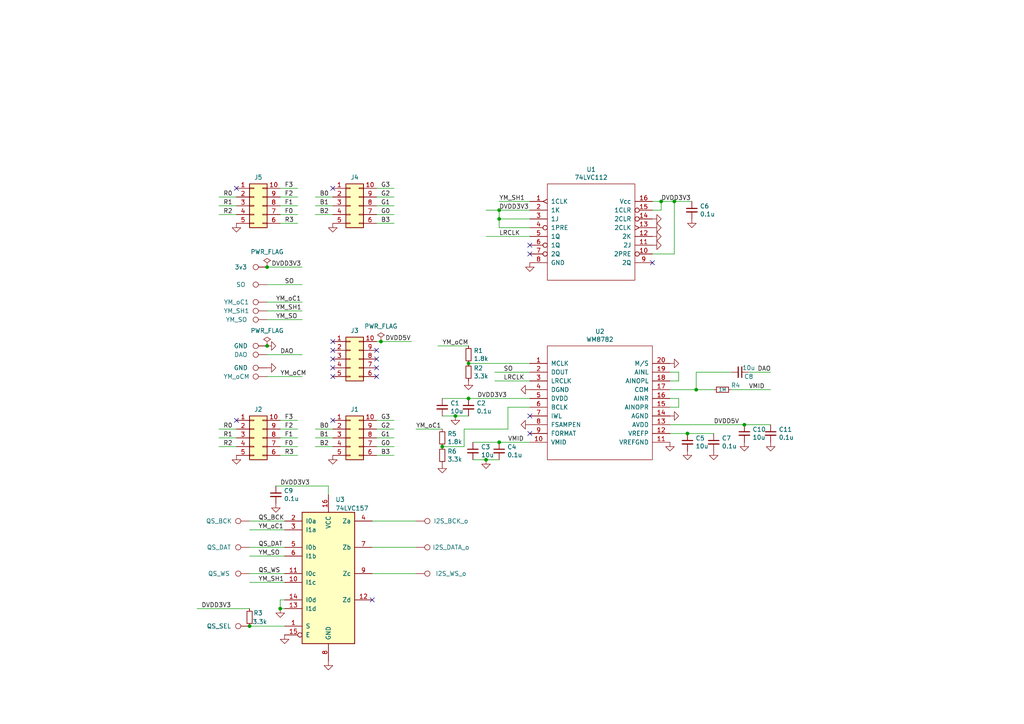
<source format=kicad_sch>
(kicad_sch (version 20211123) (generator eeschema)
  (paper "A4")
  (title_block (title "cps2_digiav CPS1 adapter") (date "2022-05-29") (rev "1.3"))
  (lib_symbols
    (symbol "74xx:74LS157" (pin_names (offset 1.016))
      (property "Reference" "U" (at -7.62 19.05 0))
      (property "Value" "74LS157" (at -7.62 -21.59 0))
      (symbol "74LS157_1_0"
        (pin input line (at -12.7 -15.24 0) (length 5.08) (name "S") (number "1"))
        (pin input line (at -12.7 -2.54 0) (length 5.08) (name "I1c") (number "10"))
        (pin input line (at -12.7 0 0) (length 5.08) (name "I0c") (number "11"))
        (pin output line (at 12.7 -7.62 180) (length 5.08) (name "Zd") (number "12"))
        (pin input line (at -12.7 -10.16 0) (length 5.08) (name "I1d") (number "13"))
        (pin input line (at -12.7 -7.62 0) (length 5.08) (name "I0d") (number "14"))
        (pin input inverted (at -12.7 -17.78 0) (length 5.08) (name "E") (number "15"))
        (pin power_in line (at 0 22.86 270) (length 5.08) (name "VCC") (number "16"))
        (pin input line (at -12.7 15.24 0) (length 5.08) (name "I0a") (number "2"))
        (pin input line (at -12.7 12.7 0) (length 5.08) (name "I1a") (number "3"))
        (pin output line (at 12.7 15.24 180) (length 5.08) (name "Za") (number "4"))
        (pin input line (at -12.7 7.62 0) (length 5.08) (name "I0b") (number "5"))
        (pin input line (at -12.7 5.08 0) (length 5.08) (name "I1b") (number "6"))
        (pin output line (at 12.7 7.62 180) (length 5.08) (name "Zb") (number "7"))
        (pin power_in line (at 0 -25.4 90) (length 5.08) (name "GND") (number "8"))
        (pin output line (at 12.7 0 180) (length 5.08) (name "Zc") (number "9"))
      )
      (symbol "74LS157_1_1"
        (rectangle (start -7.62 17.78) (end 7.62 -20.32) (stroke (width 0.254)) (fill (type background)))
      )
    )
    (symbol "Connector:TestPoint" (pin_numbers hide) (pin_names (offset 0.762) hide)
      (property "Reference" "TP" (at 0 6.858 0))
      (property "Value" "TestPoint" (at 0 5.08 0))
      (symbol "TestPoint_0_1"
        (circle (center 0 3.302) (radius 0.762))
      )
      (symbol "TestPoint_1_1"
        (pin passive line (at 0 0 90) (length 2.54) (name "1") (number "1"))
      )
    )
    (symbol "Connector_Generic:Conn_02x05_Counter_Clockwise" (pin_names (offset 1.016) hide)
      (property "Reference" "J" (at 1.27 7.62 0))
      (property "Value" "Conn_02x05_Counter_Clockwise" (at 1.27 -7.62 0))
      (symbol "Conn_02x05_Counter_Clockwise_1_1"
        (rectangle (start -1.27 -4.953) (end 0 -5.207) (stroke (width 0.1524)))
        (rectangle (start -1.27 -2.413) (end 0 -2.667) (stroke (width 0.1524)))
        (rectangle (start -1.27 0.127) (end 0 -0.127) (stroke (width 0.1524)))
        (rectangle (start -1.27 2.667) (end 0 2.413) (stroke (width 0.1524)))
        (rectangle (start -1.27 5.207) (end 0 4.953) (stroke (width 0.1524)))
        (rectangle (start -1.27 6.35) (end 3.81 -6.35) (stroke (width 0.254)) (fill (type background)))
        (rectangle (start 3.81 -4.953) (end 2.54 -5.207) (stroke (width 0.1524)))
        (rectangle (start 3.81 -2.413) (end 2.54 -2.667) (stroke (width 0.1524)))
        (rectangle (start 3.81 0.127) (end 2.54 -0.127) (stroke (width 0.1524)))
        (rectangle (start 3.81 2.667) (end 2.54 2.413) (stroke (width 0.1524)))
        (rectangle (start 3.81 5.207) (end 2.54 4.953) (stroke (width 0.1524)))
        (pin passive line (at -5.08 5.08 0) (length 3.81) (name "Pin_1") (number "1"))
        (pin passive line (at 7.62 5.08 180) (length 3.81) (name "Pin_10") (number "10"))
        (pin passive line (at -5.08 2.54 0) (length 3.81) (name "Pin_2") (number "2"))
        (pin passive line (at -5.08 0 0) (length 3.81) (name "Pin_3") (number "3"))
        (pin passive line (at -5.08 -2.54 0) (length 3.81) (name "Pin_4") (number "4"))
        (pin passive line (at -5.08 -5.08 0) (length 3.81) (name "Pin_5") (number "5"))
        (pin passive line (at 7.62 -5.08 180) (length 3.81) (name "Pin_6") (number "6"))
        (pin passive line (at 7.62 -2.54 180) (length 3.81) (name "Pin_7") (number "7"))
        (pin passive line (at 7.62 0 180) (length 3.81) (name "Pin_8") (number "8"))
        (pin passive line (at 7.62 2.54 180) (length 3.81) (name "Pin_9") (number "9"))
      )
    )
    (symbol "Device:C_Small" (pin_numbers hide) (pin_names (offset 0.254) hide)
      (property "Reference" "C" (at 0.254 1.778 0))
      (property "Value" "C_Small" (at 0.254 -2.032 0))
      (symbol "C_Small_0_1"
        (polyline (pts (xy -1.524 -0.508) (xy 1.524 -0.508)) (stroke (width 0.3302)))
        (polyline (pts (xy -1.524 0.508) (xy 1.524 0.508)) (stroke (width 0.3048)))
      )
      (symbol "C_Small_1_1"
        (pin passive line (at 0 2.54 270) (length 2.032) (name "~") (number "1"))
        (pin passive line (at 0 -2.54 90) (length 2.032) (name "~") (number "2"))
      )
    )
    (symbol "Device:R_Small" (pin_numbers hide) (pin_names (offset 0.254) hide)
      (property "Reference" "R" (at 0.762 0.508 0))
      (property "Value" "R_Small" (at 0.762 -1.016 0))
      (symbol "R_Small_0_1"
        (rectangle (start -0.762 1.778) (end 0.762 -1.778) (stroke (width 0.2032)))
      )
      (symbol "R_Small_1_1"
        (pin passive line (at 0 2.54 270) (length 0.762) (name "~") (number "1"))
        (pin passive line (at 0 -2.54 90) (length 0.762) (name "~") (number "2"))
      )
    )
    (symbol "custom_components:74LVC112" (pin_names (offset 1.016))
      (property "Reference" "U" (at 0 2.54 0))
      (property "Value" "74LVC112" (at 0 0 0))
      (symbol "74LVC112_0_1"
        (rectangle (start -12.7 13.97) (end 12.7 -13.97))
      )
      (symbol "74LVC112_1_1"
        (pin input edge_clock_high (at -17.78 8.89 0) (length 5.08) (name "1CLK") (number "1"))
        (pin input inverted (at 17.78 -6.35 180) (length 5.08) (name "2PRE") (number "10"))
        (pin input line (at 17.78 -3.81 180) (length 5.08) (name "2J") (number "11"))
        (pin input line (at 17.78 -1.27 180) (length 5.08) (name "2K") (number "12"))
        (pin input edge_clock_high (at 17.78 1.27 180) (length 5.08) (name "2CLK") (number "13"))
        (pin input inverted (at 17.78 3.81 180) (length 5.08) (name "2CLR") (number "14"))
        (pin input inverted (at 17.78 6.35 180) (length 5.08) (name "1CLR") (number "15"))
        (pin power_in line (at 17.78 8.89 180) (length 5.08) (name "Vcc") (number "16"))
        (pin input line (at -17.78 6.35 0) (length 5.08) (name "1K") (number "2"))
        (pin input line (at -17.78 3.81 0) (length 5.08) (name "1J") (number "3"))
        (pin input inverted (at -17.78 1.27 0) (length 5.08) (name "1PRE") (number "4"))
        (pin output line (at -17.78 -1.27 0) (length 5.08) (name "1Q") (number "5"))
        (pin output inverted (at -17.78 -3.81 0) (length 5.08) (name "1Q") (number "6"))
        (pin output inverted (at -17.78 -6.35 0) (length 5.08) (name "2Q") (number "7"))
        (pin power_in line (at -17.78 -8.89 0) (length 5.08) (name "GND") (number "8"))
        (pin output line (at 17.78 -8.89 180) (length 5.08) (name "2Q") (number "9"))
      )
    )
    (symbol "custom_components:WM8782" (pin_names (offset 1.016))
      (property "Reference" "U" (at 0 -1.27 0))
      (property "Value" "WM8782" (at 0 1.27 0))
      (symbol "WM8782_0_1"
        (rectangle (start -15.24 16.51) (end 15.24 -16.51))
      )
      (symbol "WM8782_1_1"
        (pin input line (at -20.32 11.43 0) (length 5.08) (name "MCLK") (number "1"))
        (pin power_out line (at -20.32 -11.43 0) (length 5.08) (name "VMID") (number "10"))
        (pin power_in line (at 20.32 -11.43 180) (length 5.08) (name "VREFGND") (number "11"))
        (pin power_out line (at 20.32 -8.89 180) (length 5.08) (name "VREFP") (number "12"))
        (pin power_in line (at 20.32 -6.35 180) (length 5.08) (name "AVDD") (number "13"))
        (pin power_in line (at 20.32 -3.81 180) (length 5.08) (name "AGND") (number "14"))
        (pin output line (at 20.32 -1.27 180) (length 5.08) (name "AINOPR") (number "15"))
        (pin input line (at 20.32 1.27 180) (length 5.08) (name "AINR") (number "16"))
        (pin input line (at 20.32 3.81 180) (length 5.08) (name "COM") (number "17"))
        (pin output line (at 20.32 6.35 180) (length 5.08) (name "AINOPL") (number "18"))
        (pin input line (at 20.32 8.89 180) (length 5.08) (name "AINL") (number "19"))
        (pin output line (at -20.32 8.89 0) (length 5.08) (name "DOUT") (number "2"))
        (pin input line (at 20.32 11.43 180) (length 5.08) (name "M/S") (number "20"))
        (pin bidirectional line (at -20.32 6.35 0) (length 5.08) (name "LRCLK") (number "3"))
        (pin power_in line (at -20.32 3.81 0) (length 5.08) (name "DGND") (number "4"))
        (pin power_in line (at -20.32 1.27 0) (length 5.08) (name "DVDD") (number "5"))
        (pin bidirectional line (at -20.32 -1.27 0) (length 5.08) (name "BCLK") (number "6"))
        (pin passive line (at -20.32 -3.81 0) (length 5.08) (name "IWL") (number "7"))
        (pin passive line (at -20.32 -6.35 0) (length 5.08) (name "FSAMPEN") (number "8"))
        (pin passive line (at -20.32 -8.89 0) (length 5.08) (name "FORMAT") (number "9"))
      )
    )
    (symbol "power:GND" (power) (pin_names (offset 0))
      (property "Value" "GND" (at 0 -3.81 0))
      (symbol "GND_0_1"
        (polyline (pts (xy 0 0) (xy 0 -1.27) (xy 1.27 -1.27) (xy 0 -2.54) (xy -1.27 -1.27) (xy 0 -1.27)))
      )
      (symbol "GND_1_1"
        (pin power_in line (at 0 0 270) (length 0) hide (name "GND") (number "1"))
      )
    )
    (symbol "power:PWR_FLAG" (power) (pin_numbers hide) (pin_names (offset 0) hide)
      (property "Value" "PWR_FLAG" (at 0 3.81 0))
      (symbol "PWR_FLAG_0_0"
        (pin power_out line (at 0 0 90) (length 0) (name "pwr") (number "1"))
      )
      (symbol "PWR_FLAG_0_1"
        (polyline (pts (xy 0 0) (xy 0 1.27) (xy -1.016 1.905) (xy 0 2.54) (xy 1.016 1.905) (xy 0 1.27)))
      )
    )
  )
  (junction (at 72.39 181.61))
  (junction (at 110.49 99.06))
  (junction (at 77.47 100.33))
  (junction (at 191.77 58.42))
  (junction (at 135.89 105.41))
  (junction (at 144.78 128.27))
  (junction (at 81.28 176.53))
  (junction (at 135.89 115.57))
  (junction (at 128.27 129.54))
  (junction (at 144.78 63.5))
  (junction (at 77.47 77.47))
  (junction (at 195.58 58.42))
  (junction (at 132.08 120.65))
  (junction (at 201.93 113.03))
  (junction (at 199.39 125.73))
  (junction (at 215.9 123.19))
  (junction (at 144.78 60.96))
  (junction (at 140.97 133.35))
  (no_connect (at 96.52 106.68))
  (no_connect (at 107.95 173.99))
  (no_connect (at 96.52 54.61))
  (no_connect (at 96.52 121.92))
  (no_connect (at 109.22 104.14))
  (no_connect (at 96.52 109.22))
  (no_connect (at 189.23 76.2))
  (no_connect (at 96.52 104.14))
  (no_connect (at 96.52 101.6))
  (no_connect (at 68.58 121.92))
  (no_connect (at 109.22 106.68))
  (no_connect (at 153.67 120.65))
  (no_connect (at 153.67 125.73))
  (no_connect (at 109.22 101.6))
  (no_connect (at 153.67 71.12))
  (no_connect (at 68.58 54.61))
  (no_connect (at 153.67 73.66))
  (no_connect (at 109.22 109.22))
  (no_connect (at 96.52 99.06))
  (wire (pts (xy 86.36 57.15) (xy 81.28 57.15)))
  (wire (pts (xy 201.93 113.03) (xy 207.01 113.03)))
  (wire (pts (xy 191.77 60.96) (xy 191.77 58.42)))
  (wire (pts (xy 95.25 140.97) (xy 95.25 143.51)))
  (wire (pts (xy 194.31 123.19) (xy 215.9 123.19)))
  (wire (pts (xy 91.44 129.54) (xy 96.52 129.54)))
  (wire (pts (xy 191.77 58.42) (xy 189.23 58.42)))
  (wire (pts (xy 199.39 125.73) (xy 207.01 125.73)))
  (wire (pts (xy 107.95 158.75) (xy 120.65 158.75)))
  (wire (pts (xy 114.3 121.92) (xy 109.22 121.92)))
  (wire (pts (xy 135.89 115.57) (xy 128.27 115.57)))
  (wire (pts (xy 195.58 58.42) (xy 191.77 58.42)))
  (wire (pts (xy 91.44 127) (xy 96.52 127)))
  (wire (pts (xy 114.3 59.69) (xy 109.22 59.69)))
  (wire (pts (xy 196.85 110.49) (xy 194.31 110.49)))
  (wire (pts (xy 87.63 87.63) (xy 77.47 87.63)))
  (wire (pts (xy 217.17 107.95) (xy 223.52 107.95)))
  (wire (pts (xy 223.52 123.19) (xy 215.9 123.19)))
  (wire (pts (xy 107.95 166.37) (xy 120.65 166.37)))
  (wire (pts (xy 86.36 62.23) (xy 81.28 62.23)))
  (wire (pts (xy 86.36 121.92) (xy 81.28 121.92)))
  (wire (pts (xy 63.5 127) (xy 68.58 127)))
  (wire (pts (xy 91.44 62.23) (xy 96.52 62.23)))
  (wire (pts (xy 80.01 140.97) (xy 95.25 140.97)))
  (wire (pts (xy 87.63 90.17) (xy 77.47 90.17)))
  (wire (pts (xy 114.3 62.23) (xy 109.22 62.23)))
  (wire (pts (xy 72.39 161.29) (xy 82.55 161.29)))
  (wire (pts (xy 200.66 58.42) (xy 195.58 58.42)))
  (wire (pts (xy 144.78 63.5) (xy 144.78 60.96)))
  (wire (pts (xy 114.3 54.61) (xy 109.22 54.61)))
  (wire (pts (xy 114.3 124.46) (xy 109.22 124.46)))
  (wire (pts (xy 194.31 107.95) (xy 196.85 107.95)))
  (wire (pts (xy 87.63 77.47) (xy 77.47 77.47)))
  (wire (pts (xy 81.28 176.53) (xy 82.55 176.53)))
  (wire (pts (xy 86.36 124.46) (xy 81.28 124.46)))
  (wire (pts (xy 86.36 129.54) (xy 81.28 129.54)))
  (wire (pts (xy 72.39 151.13) (xy 82.55 151.13)))
  (wire (pts (xy 140.97 133.35) (xy 137.16 133.35)))
  (wire (pts (xy 189.23 73.66) (xy 195.58 73.66)))
  (wire (pts (xy 135.89 120.65) (xy 132.08 120.65)))
  (wire (pts (xy 91.44 59.69) (xy 96.52 59.69)))
  (wire (pts (xy 63.5 59.69) (xy 68.58 59.69)))
  (wire (pts (xy 87.63 109.22) (xy 77.47 109.22)))
  (wire (pts (xy 63.5 57.15) (xy 68.58 57.15)))
  (wire (pts (xy 153.67 115.57) (xy 135.89 115.57)))
  (wire (pts (xy 194.31 115.57) (xy 196.85 115.57)))
  (wire (pts (xy 128.27 129.54) (xy 134.62 129.54)))
  (wire (pts (xy 144.78 133.35) (xy 140.97 133.35)))
  (wire (pts (xy 87.63 82.55) (xy 77.47 82.55)))
  (wire (pts (xy 134.62 124.46) (xy 147.32 124.46)))
  (wire (pts (xy 153.67 105.41) (xy 135.89 105.41)))
  (wire (pts (xy 196.85 118.11) (xy 194.31 118.11)))
  (wire (pts (xy 72.39 166.37) (xy 82.55 166.37)))
  (wire (pts (xy 144.78 58.42) (xy 153.67 58.42)))
  (wire (pts (xy 63.5 62.23) (xy 68.58 62.23)))
  (wire (pts (xy 194.31 125.73) (xy 199.39 125.73)))
  (wire (pts (xy 114.3 132.08) (xy 109.22 132.08)))
  (wire (pts (xy 153.67 128.27) (xy 144.78 128.27)))
  (wire (pts (xy 72.39 158.75) (xy 82.55 158.75)))
  (wire (pts (xy 107.95 151.13) (xy 120.65 151.13)))
  (wire (pts (xy 63.5 129.54) (xy 68.58 129.54)))
  (wire (pts (xy 143.51 110.49) (xy 153.67 110.49)))
  (wire (pts (xy 153.67 63.5) (xy 144.78 63.5)))
  (wire (pts (xy 189.23 60.96) (xy 191.77 60.96)))
  (wire (pts (xy 91.44 124.46) (xy 96.52 124.46)))
  (wire (pts (xy 86.36 64.77) (xy 81.28 64.77)))
  (wire (pts (xy 110.49 99.06) (xy 109.22 99.06)))
  (wire (pts (xy 82.55 153.67) (xy 72.39 153.67)))
  (wire (pts (xy 81.28 173.99) (xy 82.55 173.99)))
  (wire (pts (xy 134.62 129.54) (xy 134.62 124.46)))
  (wire (pts (xy 153.67 66.04) (xy 144.78 66.04)))
  (wire (pts (xy 86.36 59.69) (xy 81.28 59.69)))
  (wire (pts (xy 212.09 113.03) (xy 223.52 113.03)))
  (wire (pts (xy 86.36 132.08) (xy 81.28 132.08)))
  (wire (pts (xy 137.16 128.27) (xy 144.78 128.27)))
  (wire (pts (xy 153.67 107.95) (xy 143.51 107.95)))
  (wire (pts (xy 86.36 127) (xy 81.28 127)))
  (wire (pts (xy 196.85 115.57) (xy 196.85 118.11)))
  (wire (pts (xy 201.93 107.95) (xy 212.09 107.95)))
  (wire (pts (xy 153.67 68.58) (xy 140.97 68.58)))
  (wire (pts (xy 114.3 64.77) (xy 109.22 64.77)))
  (wire (pts (xy 91.44 57.15) (xy 96.52 57.15)))
  (wire (pts (xy 114.3 57.15) (xy 109.22 57.15)))
  (wire (pts (xy 120.65 124.46) (xy 128.27 124.46)))
  (wire (pts (xy 72.39 181.61) (xy 82.55 181.61)))
  (wire (pts (xy 195.58 73.66) (xy 195.58 58.42)))
  (wire (pts (xy 201.93 107.95) (xy 201.93 113.03)))
  (wire (pts (xy 127 100.33) (xy 135.89 100.33)))
  (wire (pts (xy 140.97 60.96) (xy 144.78 60.96)))
  (wire (pts (xy 132.08 120.65) (xy 128.27 120.65)))
  (wire (pts (xy 147.32 124.46) (xy 147.32 118.11)))
  (wire (pts (xy 144.78 66.04) (xy 144.78 63.5)))
  (wire (pts (xy 153.67 60.96) (xy 144.78 60.96)))
  (wire (pts (xy 86.36 54.61) (xy 81.28 54.61)))
  (wire (pts (xy 63.5 124.46) (xy 68.58 124.46)))
  (wire (pts (xy 77.47 92.71) (xy 87.63 92.71)))
  (wire (pts (xy 57.15 176.53) (xy 72.39 176.53)))
  (wire (pts (xy 196.85 107.95) (xy 196.85 110.49)))
  (wire (pts (xy 81.28 176.53) (xy 81.28 173.99)))
  (wire (pts (xy 147.32 118.11) (xy 153.67 118.11)))
  (wire (pts (xy 72.39 168.91) (xy 82.55 168.91)))
  (wire (pts (xy 119.38 99.06) (xy 110.49 99.06)))
  (wire (pts (xy 87.63 102.87) (xy 77.47 102.87)))
  (wire (pts (xy 114.3 127) (xy 109.22 127)))
  (wire (pts (xy 201.93 113.03) (xy 194.31 113.03)))
  (wire (pts (xy 114.3 129.54) (xy 109.22 129.54)))
  (label "DAO" (at 219.71 107.95 0))
  (label "B1" (at 92.71 127 0))
  (label "G0" (at 110.49 129.54 0))
  (label "G1" (at 110.49 59.69 0))
  (label "YM_SH1" (at 144.78 58.42 0))
  (label "SO" (at 146.05 107.95 0))
  (label "G1" (at 110.49 127 0))
  (label "R2" (at 64.77 62.23 0))
  (label "YM_oCM" (at 81.28 109.22 0))
  (label "DVDD3V3" (at 191.77 58.42 0))
  (label "YM_SH1" (at 74.93 168.91 0))
  (label "F2" (at 82.55 57.15 0))
  (label "B2" (at 92.71 129.54 0))
  (label "YM_oC1" (at 80.01 87.63 0))
  (label "R3" (at 82.55 64.77 0))
  (label "R3" (at 82.55 132.08 0))
  (label "B2" (at 92.71 62.23 0))
  (label "F1" (at 82.55 127 0))
  (label "F0" (at 82.55 129.54 0))
  (label "VMID" (at 147.32 128.27 0))
  (label "B3" (at 110.49 132.08 0))
  (label "F3" (at 82.55 121.92 0))
  (label "LRCLK" (at 146.05 110.49 0))
  (label "YM_SH1" (at 80.01 90.17 0))
  (label "R1" (at 64.77 59.69 0))
  (label "DAO" (at 81.28 102.87 0))
  (label "G2" (at 110.49 57.15 0))
  (label "B1" (at 92.71 59.69 0))
  (label "DVDD3V3" (at 78.74 77.47 0))
  (label "QS_DAT" (at 74.9416 158.75 0))
  (label "R0" (at 64.77 57.15 0))
  (label "G0" (at 110.49 62.23 0))
  (label "B3" (at 110.49 64.77 0))
  (label "YM_SO" (at 74.93 161.29 0))
  (label "DVDD5V" (at 111.76 99.06 0))
  (label "F1" (at 82.55 59.69 0))
  (label "YM_oCM" (at 128.27 100.33 0))
  (label "LRCLK" (at 144.78 68.58 0))
  (label "R0" (at 64.77 124.46 0))
  (label "F0" (at 82.55 62.23 0))
  (label "DVDD3V3" (at 58.42 176.53 0))
  (label "YM_oC1" (at 74.93 153.67 0))
  (label "F2" (at 82.55 124.46 0))
  (label "DVDD3V3" (at 138.43 115.57 0))
  (label "B0" (at 92.71 57.15 0))
  (label "SO" (at 82.55 82.55 0))
  (label "R1" (at 64.77 127 0))
  (label "DVDD3V3" (at 144.78 60.96 0))
  (label "G3" (at 110.49 121.92 0))
  (label "YM_SO" (at 80.01 92.71 0))
  (label "G2" (at 110.49 124.46 0))
  (label "DVDD5V" (at 207.01 123.19 0))
  (label "G3" (at 110.49 54.61 0))
  (label "DVDD3V3" (at 81.28 140.97 0))
  (label "VMID" (at 217.17 113.03 0))
  (label "YM_oC1" (at 120.65 124.46 0))
  (label "F3" (at 82.55 54.61 0))
  (label "R2" (at 64.77 129.54 0))
  (label "QS_BCK" (at 74.93 151.13 0))
  (label "B0" (at 92.71 124.46 0))
  (label "QS_WS" (at 74.93 166.37 0))
  (symbol (lib_id "custom_components:WM8782") (at 173.99 116.84 0) (unit 1)
    (property "Reference" "U2" (at 173.99 96.139 0))
    (property "Value" "WM8782" (at 173.99 98.4504 0))
    (property "Footprint" "Package_SO:SSOP-20_5.3x7.2mm_P0.65mm" (effects hide))
  )
  (symbol (lib_id "Connector_Generic:Conn_02x05_Counter_Clockwise") (at 101.6 127 0) (unit 1)
    (property "Reference" "J1" (at 102.87 118.745 0))
    (property "Value" "Conn_02x05_Counter_Clockwise" (effects hide))
    (property "Footprint" "custom_components:HLE-105-02-G-DV-PE" (effects hide))
  )
  (symbol (lib_id "Connector_Generic:Conn_02x05_Counter_Clockwise") (at 101.6 104.14 0) (unit 1)
    (property "Reference" "J3" (at 102.87 95.885 0))
    (property "Value" "Conn_02x05_Counter_Clockwise" (effects hide))
    (property "Footprint" "custom_components:HLE-105-02-G-DV-PE" (effects hide))
  )
  (symbol (lib_id "Connector_Generic:Conn_02x05_Counter_Clockwise") (at 73.66 127 0) (unit 1)
    (property "Reference" "J2" (at 74.93 118.745 0))
    (property "Value" "Conn_02x05_Counter_Clockwise" (effects hide))
    (property "Footprint" "custom_components:HLE-105-02-G-DV-PE" (effects hide))
  )
  (symbol (lib_id "Connector_Generic:Conn_02x05_Counter_Clockwise") (at 73.66 59.69 0) (unit 1)
    (property "Reference" "J5" (at 74.93 51.435 0))
    (property "Value" "Conn_02x05_Counter_Clockwise" (effects hide))
    (property "Footprint" "custom_components:HLE-105-02-G-DV-PE" (effects hide))
  )
  (symbol (lib_id "Connector_Generic:Conn_02x05_Counter_Clockwise") (at 101.6 59.69 0) (unit 1)
    (property "Reference" "J4" (at 102.87 51.435 0))
    (property "Value" "Conn_02x05_Counter_Clockwise" (effects hide))
    (property "Footprint" "custom_components:HLE-105-02-G-DV-PE" (effects hide))
  )
  (symbol (lib_id "custom_components:74LVC112") (at 171.45 67.31 0) (unit 1)
    (property "Reference" "U1" (at 171.45 49.149 0))
    (property "Value" "74LVC112" (at 171.45 51.4604 0))
    (property "Footprint" "Package_SO:TSSOP-16_4.4x5mm_P0.65mm" (effects hide))
  )
  (symbol (lib_id "power:GND") (at 68.58 132.08 0) (unit 1)
    (property "Reference" "#PWR0101" (effects hide))
    (property "Value" "GND" (effects hide))
  )
  (symbol (lib_id "power:GND") (at 96.52 132.08 0) (unit 1)
    (property "Reference" "#PWR0102" (effects hide))
    (property "Value" "GND" (effects hide))
  )
  (symbol (lib_id "power:GND") (at 68.58 64.77 0) (unit 1)
    (property "Reference" "#PWR0103" (effects hide))
    (property "Value" "GND" (effects hide))
  )
  (symbol (lib_id "power:GND") (at 96.52 64.77 0) (unit 1)
    (property "Reference" "#PWR0104" (effects hide))
    (property "Value" "GND" (effects hide))
  )
  (symbol (lib_id "Connector:TestPoint") (at 77.47 109.22 90) (unit 1)
    (property "Reference" "TP9" (effects hide))
    (property "Value" "YM_oCM" (at 68.58 109.22 90))
    (property "Footprint" "custom_components:SMD_PAD" (effects hide))
  )
  (symbol (lib_id "Connector:TestPoint") (at 77.47 82.55 90) (unit 1)
    (property "Reference" "TP4" (effects hide))
    (property "Value" "SO" (at 69.85 82.55 90))
    (property "Footprint" "custom_components:SMD_PAD" (effects hide))
  )
  (symbol (lib_id "Connector:TestPoint") (at 77.47 90.17 90) (unit 1)
    (property "Reference" "TP7" (effects hide))
    (property "Value" "YM_SH1" (at 68.58 90.17 90))
    (property "Footprint" "custom_components:SMD_PAD" (effects hide))
  )
  (symbol (lib_id "Connector:TestPoint") (at 77.47 87.63 90) (unit 1)
    (property "Reference" "TP6" (effects hide))
    (property "Value" "YM_oC1" (at 68.58 87.63 90))
    (property "Footprint" "custom_components:SMD_PAD" (effects hide))
  )
  (symbol (lib_id "Connector:TestPoint") (at 77.47 106.68 90) (unit 1)
    (property "Reference" "TP8" (effects hide))
    (property "Value" "GND" (at 69.85 106.68 90))
    (property "Footprint" "custom_components:SMD_PAD" (effects hide))
  )
  (symbol (lib_id "power:GND") (at 77.47 106.68 90) (unit 1)
    (property "Reference" "#PWR0106" (effects hide))
    (property "Value" "GND" (effects hide))
  )
  (symbol (lib_id "power:GND") (at 153.67 76.2 0) (unit 1)
    (property "Reference" "#PWR0107" (effects hide))
    (property "Value" "GND" (effects hide))
  )
  (symbol (lib_id "Device:C_Small") (at 200.66 60.96 0) (unit 1)
    (property "Reference" "C6" (at 202.9968 59.7916 0) (effects (justify left)))
    (property "Value" "0.1u" (at 202.9968 62.103 0) (effects (justify left)))
    (property "Footprint" "custom_components:SM0603_Capa_libcms" (effects hide))
  )
  (symbol (lib_id "power:GND") (at 200.66 63.5 0) (unit 1)
    (property "Reference" "#PWR0108" (effects hide))
    (property "Value" "GND" (effects hide))
  )
  (symbol (lib_id "power:GND") (at 189.23 66.04 90) (unit 1)
    (property "Reference" "#PWR0109" (effects hide))
    (property "Value" "GND" (effects hide))
  )
  (symbol (lib_id "power:GND") (at 189.23 71.12 90) (unit 1)
    (property "Reference" "#PWR0110" (effects hide))
    (property "Value" "GND" (effects hide))
  )
  (symbol (lib_id "power:GND") (at 189.23 63.5 90) (unit 1)
    (property "Reference" "#PWR0111" (effects hide))
    (property "Value" "GND" (effects hide))
  )
  (symbol (lib_id "power:GND") (at 189.23 68.58 90) (unit 1)
    (property "Reference" "#PWR0112" (effects hide))
    (property "Value" "GND" (effects hide))
  )
  (symbol (lib_id "Device:R_Small") (at 135.89 107.95 0) (unit 1)
    (property "Reference" "R2" (at 137.3886 106.7816 0) (effects (justify left)))
    (property "Value" "3.3k" (at 137.3886 109.093 0) (effects (justify left)))
    (property "Footprint" "custom_components:SM0603_Resistor_libcms" (effects hide))
  )
  (symbol (lib_id "power:GND") (at 135.89 110.49 0) (unit 1)
    (property "Reference" "#PWR0113" (effects hide))
    (property "Value" "GND" (effects hide))
  )
  (symbol (lib_id "Device:R_Small") (at 135.89 102.87 0) (unit 1)
    (property "Reference" "R1" (at 137.3886 101.7016 0) (effects (justify left)))
    (property "Value" "1.8k" (at 137.3886 104.013 0) (effects (justify left)))
    (property "Footprint" "custom_components:SM0603_Resistor_libcms" (effects hide))
  )
  (symbol (lib_id "power:GND") (at 153.67 113.03 270) (unit 1)
    (property "Reference" "#PWR0114" (effects hide))
    (property "Value" "GND" (effects hide))
  )
  (symbol (lib_id "Device:C_Small") (at 135.89 118.11 0) (unit 1)
    (property "Reference" "C2" (at 138.2268 116.9416 0) (effects (justify left)))
    (property "Value" "0.1u" (at 138.2268 119.253 0) (effects (justify left)))
    (property "Footprint" "custom_components:SM0603_Capa_libcms" (effects hide))
  )
  (symbol (lib_id "Device:C_Small") (at 128.27 118.11 0) (unit 1)
    (property "Reference" "C1" (at 130.6068 116.9416 0) (effects (justify left)))
    (property "Value" "10u" (at 130.6068 119.253 0) (effects (justify left)))
    (property "Footprint" "custom_components:SM0603_Capa_libcms" (effects hide))
  )
  (symbol (lib_id "power:GND") (at 132.08 120.65 0) (unit 1)
    (property "Reference" "#PWR0115" (effects hide))
    (property "Value" "GND" (effects hide))
  )
  (symbol (lib_id "power:GND") (at 194.31 128.27 0) (unit 1)
    (property "Reference" "#PWR0116" (effects hide))
    (property "Value" "GND" (effects hide))
  )
  (symbol (lib_id "Device:C_Small") (at 207.01 128.27 0) (unit 1)
    (property "Reference" "C7" (at 209.3468 127.1016 0) (effects (justify left)))
    (property "Value" "0.1u" (at 209.3468 129.413 0) (effects (justify left)))
    (property "Footprint" "custom_components:SM0603_Capa_libcms" (effects hide))
  )
  (symbol (lib_id "Device:C_Small") (at 199.39 128.27 0) (unit 1)
    (property "Reference" "C5" (at 201.7268 127.1016 0) (effects (justify left)))
    (property "Value" "10u" (at 201.7268 129.413 0) (effects (justify left)))
    (property "Footprint" "custom_components:SM0603_Capa_libcms" (effects hide))
  )
  (symbol (lib_id "power:GND") (at 199.39 130.81 0) (unit 1)
    (property "Reference" "#PWR0117" (effects hide))
    (property "Value" "GND" (effects hide))
  )
  (symbol (lib_id "power:GND") (at 207.01 130.81 0) (unit 1)
    (property "Reference" "#PWR0118" (effects hide))
    (property "Value" "GND" (effects hide))
  )
  (symbol (lib_id "Device:C_Small") (at 223.52 125.73 0) (unit 1)
    (property "Reference" "C11" (at 225.8568 124.5616 0) (effects (justify left)))
    (property "Value" "0.1u" (at 225.8568 126.873 0) (effects (justify left)))
    (property "Footprint" "custom_components:SM0603_Capa_libcms" (effects hide))
  )
  (symbol (lib_id "Device:C_Small") (at 215.9 125.73 0) (unit 1)
    (property "Reference" "C10" (at 218.2368 124.5616 0) (effects (justify left)))
    (property "Value" "10u" (at 218.2368 126.873 0) (effects (justify left)))
    (property "Footprint" "custom_components:SM0603_Capa_libcms" (effects hide))
  )
  (symbol (lib_id "power:GND") (at 215.9 128.27 0) (unit 1)
    (property "Reference" "#PWR0119" (effects hide))
    (property "Value" "GND" (effects hide))
  )
  (symbol (lib_id "power:GND") (at 223.52 128.27 0) (unit 1)
    (property "Reference" "#PWR0120" (effects hide))
    (property "Value" "GND" (effects hide))
  )
  (symbol (lib_id "power:GND") (at 194.31 120.65 90) (unit 1)
    (property "Reference" "#PWR0121" (effects hide))
    (property "Value" "GND" (effects hide))
  )
  (symbol (lib_id "Device:C_Small") (at 144.78 130.81 0) (unit 1)
    (property "Reference" "C4" (at 147.1168 129.6416 0) (effects (justify left)))
    (property "Value" "0.1u" (at 147.1168 131.953 0) (effects (justify left)))
    (property "Footprint" "custom_components:SM0603_Capa_libcms" (effects hide))
  )
  (symbol (lib_id "Device:C_Small") (at 137.16 130.81 0) (unit 1)
    (property "Reference" "C3" (at 139.4968 129.6416 0) (effects (justify left)))
    (property "Value" "10u" (at 139.4968 131.953 0) (effects (justify left)))
    (property "Footprint" "custom_components:SM0603_Capa_libcms" (effects hide))
  )
  (symbol (lib_id "power:GND") (at 140.97 133.35 0) (unit 1)
    (property "Reference" "#PWR0122" (effects hide))
    (property "Value" "GND" (effects hide))
  )
  (symbol (lib_id "Device:C_Small") (at 214.63 107.95 270) (unit 1)
    (property "Reference" "C8" (at 217.17 109.22 90))
    (property "Value" "10u" (at 217.17 106.68 90))
    (property "Footprint" "custom_components:SM0603_Capa_libcms" (effects hide))
  )
  (symbol (lib_id "Device:R_Small") (at 209.55 113.03 270) (unit 1)
    (property "Reference" "R4" (at 213.36 111.76 90))
    (property "Value" "1M" (at 209.55 113.03 90) (effects (font (size 0.9906 0.9906))))
    (property "Footprint" "custom_components:SM0603_Resistor_libcms" (effects hide))
  )
  (symbol (lib_id "Connector:TestPoint") (at 77.47 77.47 90) (unit 1)
    (property "Reference" "TP3" (effects hide))
    (property "Value" "3v3" (at 69.85 77.47 90))
    (property "Footprint" "custom_components:SMD_PAD" (effects hide))
  )
  (symbol (lib_id "Connector:TestPoint") (at 77.47 102.87 90) (unit 1)
    (property "Reference" "TP2" (effects hide))
    (property "Value" "DAO" (at 69.85 102.87 90))
    (property "Footprint" "custom_components:SMD_PAD" (effects hide))
  )
  (symbol (lib_id "Connector:TestPoint") (at 77.47 100.33 90) (unit 1)
    (property "Reference" "TP1" (effects hide))
    (property "Value" "GND" (at 69.85 100.33 90))
    (property "Footprint" "custom_components:SMD_PAD" (effects hide))
  )
  (symbol (lib_id "power:GND") (at 77.47 100.33 90) (unit 1)
    (property "Reference" "#PWR0123" (effects hide))
    (property "Value" "GND" (effects hide))
  )
  (symbol (lib_id "power:GND") (at 194.31 105.41 90) (unit 1)
    (property "Reference" "#PWR0124" (effects hide))
    (property "Value" "GND" (effects hide))
  )
  (symbol (lib_id "power:GND") (at 153.67 123.19 270) (unit 1)
    (property "Reference" "#PWR0125" (effects hide))
    (property "Value" "GND" (effects hide))
  )
  (symbol (lib_id "power:PWR_FLAG") (at 110.49 99.06 0) (unit 1)
    (property "Reference" "#FLG0101" (effects hide))
    (property "Value" "PWR_FLAG" (at 110.49 94.6404 0))
  )
  (symbol (lib_id "power:PWR_FLAG") (at 77.47 100.33 0) (unit 1)
    (property "Reference" "#FLG0102" (effects hide))
    (property "Value" "PWR_FLAG" (at 77.47 95.9104 0))
  )
  (symbol (lib_id "power:PWR_FLAG") (at 77.47 77.47 0) (unit 1)
    (property "Reference" "#FLG0103" (effects hide))
    (property "Value" "PWR_FLAG" (at 77.47 73.0504 0))
  )
  (symbol (lib_id "power:GND") (at 81.28 176.53 0) (unit 1)
    (property "Reference" "#PWR03" (effects hide))
    (property "Value" "GND" (effects hide))
  )
  (symbol (lib_id "Connector:TestPoint") (at 72.39 181.61 90) (unit 1)
    (property "Reference" "TP16" (effects hide))
    (property "Value" "QS_SEL" (at 63.5 181.61 90))
    (property "Footprint" "custom_components:SMD_PAD" (effects hide))
  )
  (symbol (lib_id "Device:C_Small") (at 80.01 143.51 0) (unit 1)
    (property "Reference" "C9" (at 82.3468 142.3416 0) (effects (justify left)))
    (property "Value" "0.1u" (at 82.3468 144.653 0) (effects (justify left)))
    (property "Footprint" "custom_components:SM0603_Capa_libcms" (effects hide))
  )
  (symbol (lib_id "power:GND") (at 128.27 134.62 0) (unit 1)
    (property "Reference" "#PWR06" (effects hide))
    (property "Value" "GND" (effects hide))
  )
  (symbol (lib_id "Connector:TestPoint") (at 77.47 92.71 90) (unit 1)
    (property "Reference" "TP5" (effects hide))
    (property "Value" "YM_SO" (at 68.58 92.71 90))
    (property "Footprint" "custom_components:SMD_PAD" (effects hide))
  )
  (symbol (lib_id "74xx:74LS157") (at 95.25 166.37 0) (unit 1)
    (property "Reference" "U3" (at 97.2694 144.8902 0) (effects (justify left)))
    (property "Value" "74LVC157" (at 97.2694 147.4271 0) (effects (justify left)))
    (property "Footprint" "Package_SO:SOIC-16_3.9x9.9mm_P1.27mm" (effects hide))
    (property "Datasheet" "http://www.ti.com/lit/gpn/sn74LS157" (effects hide))
  )
  (symbol (lib_id "Connector:TestPoint") (at 120.65 158.75 270) (unit 1)
    (property "Reference" "TP11" (effects hide))
    (property "Value" "I2S_DATA_o" (at 130.81 158.75 90))
    (property "Footprint" "custom_components:SMD_PAD" (effects hide))
  )
  (symbol (lib_id "Connector:TestPoint") (at 72.39 151.13 90) (unit 1)
    (property "Reference" "TP13" (effects hide))
    (property "Value" "QS_BCK" (at 63.5 151.13 90))
    (property "Footprint" "custom_components:SMD_PAD" (effects hide))
  )
  (symbol (lib_id "Connector:TestPoint") (at 72.39 158.75 90) (unit 1)
    (property "Reference" "TP14" (effects hide))
    (property "Value" "QS_DAT" (at 63.5 158.75 90))
    (property "Footprint" "custom_components:SMD_PAD" (effects hide))
  )
  (symbol (lib_id "Device:R_Small") (at 72.39 179.07 180) (unit 1)
    (property "Reference" "R3" (at 76.2 177.8 0) (effects (justify left)))
    (property "Value" "3.3k" (at 77.47 180.34 0) (effects (justify left)))
    (property "Footprint" "custom_components:SM0603_Resistor_libcms" (effects hide))
  )
  (symbol (lib_id "power:GND") (at 82.55 184.15 0) (unit 1)
    (property "Reference" "#PWR04" (effects hide))
    (property "Value" "GND" (effects hide))
  )
  (symbol (lib_id "power:GND") (at 80.01 146.05 0) (unit 1)
    (property "Reference" "#PWR02" (effects hide))
    (property "Value" "GND" (effects hide))
  )
  (symbol (lib_id "Connector:TestPoint") (at 72.39 166.37 90) (unit 1)
    (property "Reference" "TP15" (effects hide))
    (property "Value" "QS_WS" (at 63.5 166.37 90))
    (property "Footprint" "custom_components:SMD_PAD" (effects hide))
  )
  (symbol (lib_id "Device:R_Small") (at 128.27 132.08 0) (unit 1)
    (property "Reference" "R6" (at 129.7686 130.9116 0) (effects (justify left)))
    (property "Value" "3.3k" (at 129.7686 133.223 0) (effects (justify left)))
    (property "Footprint" "custom_components:SM0603_Resistor_libcms" (effects hide))
  )
  (symbol (lib_id "Device:R_Small") (at 128.27 127 0) (unit 1)
    (property "Reference" "R5" (at 129.7686 125.8316 0) (effects (justify left)))
    (property "Value" "1.8k" (at 129.7686 128.143 0) (effects (justify left)))
    (property "Footprint" "custom_components:SM0603_Resistor_libcms" (effects hide))
  )
  (symbol (lib_id "Connector:TestPoint") (at 120.65 166.37 270) (unit 1)
    (property "Reference" "TP12" (effects hide))
    (property "Value" "I2S_WS_o" (at 130.81 166.37 90))
    (property "Footprint" "custom_components:SMD_PAD" (effects hide))
  )
  (symbol (lib_id "power:GND") (at 95.25 191.77 0) (unit 1)
    (property "Reference" "#PWR05" (effects hide))
    (property "Value" "GND" (effects hide))
  )
  (symbol (lib_id "Connector:TestPoint") (at 120.65 151.13 270) (unit 1)
    (property "Reference" "TP10" (effects hide))
    (property "Value" "I2S_BCK_o" (at 130.81 151.13 90))
    (property "Footprint" "custom_components:SMD_PAD" (effects hide))
  )
)
</source>
